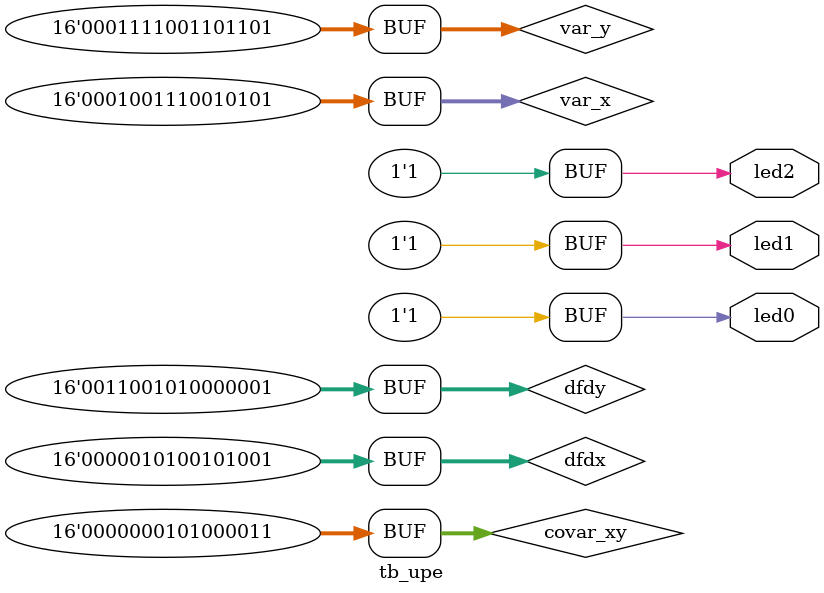
<source format=v>
`include "upe.v"

module tb_upe (led0, led1, led2);
	output		led0;
	output		led1;
	output		led2;

	wire		clk;
	wire [63:0]	var_z;

	reg		LED0status = 0;
	reg		LED2status = 0;
	reg [31:0]	count = 0;
	reg [6:0]	bitnum = 0;

	reg [15:0]	var_x;
	reg [15:0]	var_y;
	reg [15:0]	covar_xy;
	reg [15:0]	dfdx;
	reg [15:0]	dfdy;

	reg		on;


	/*
	 *	Creates a 10kHz clock signal from
	 *	internal oscillator of the iCE40
	 */
	SB_LFOSC OSCInst1 (
		.CLKLFPU(1'b1),
		.CLKLFEN(1'b1),
		.CLKLF(clk)
	);

	upe	propagate
	(
		.var_x(var_x),
		.var_y(var_y),
		.covar_xy(covar_xy),
		.dfdx(dfdx),
		.dfdy(dfdy),
		.var_z(var_z),
	);

	initial begin
		on = 1'b1;
		var_x = 	16'h 1395;
		dfdx = 		16'h 0529;
		covar_xy = 	16'h 0143;
		dfdy = 		16'h 3281;
		var_y = 	16'h 1E6D;

		// var_x = 	16'h1111;
		// dfdx = 		16'h1111;
		// covar_xy = 	16'h1111;
		// dfdy = 		16'h1111;
		// var_y = 	16'h1111;
		// max 64'h0000 E0FD 3F02 DFFF 002096A3765
		// max 64'h0000 D2ED 5D02 CFFF 00291A0CC76
		// max 64'h0000 E0FD 3F02 DFFF 12F255A5F6D
		//			       133C0656348
		//	536C12C5DF1
		// 10011001001110111100101001111110100001101
		// var_z = 64'h0000 007F FF3C F7D7; You might recognise this rythym...
	end

	always @(posedge clk) begin
		if (count > 100) begin
			LED2status <= !LED2status;
		end

		if (on == 1'b1) begin
			if (count > 100) begin
				count <= 0;
				bitnum <= bitnum + 1;
				if (bitnum > 63) begin
					on <= 1'b0;
				end
				LED0status <= var_z[bitnum];
			end
			else begin
				count <= count + 1;
			end
		end
		else begin
			LED0status <= 0;
		end
	end

	// assign	led0 = LED0status;
	// assign	led1 = LED0status;
	// assign	led2 = LED2status;

	assign	led0 = 1'b1;
	assign	led1 = 1'b1;
	assign	led2 = 1'b1;


endmodule
</source>
